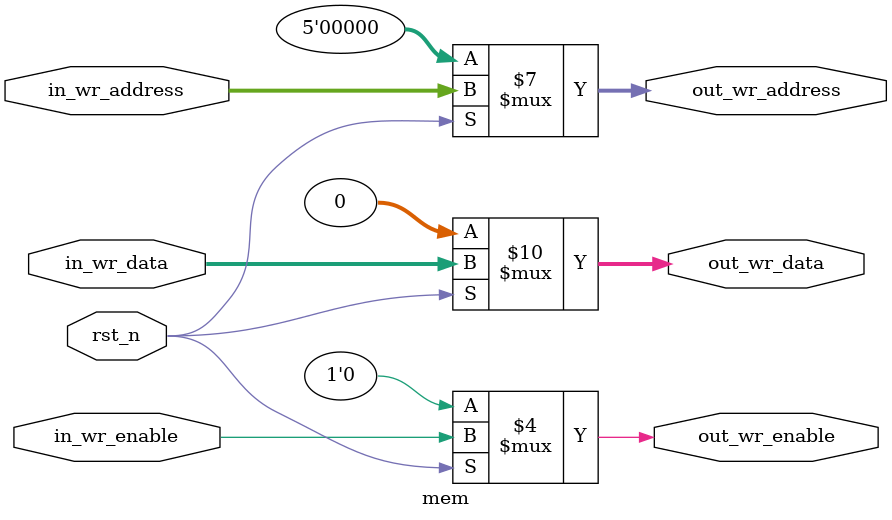
<source format=v>
/*
writtern by Yuyang Zhou, 
for the MIPS32 processor Jahangir pipeline stage4

*/
module mem(
    input                        rst_n,
    //incoming data
    input           [31:0]       in_wr_data,
    input           [4:0]        in_wr_address,
    input                        in_wr_enable,
    //output data
    output   reg    [31:0]       out_wr_data,
    output   reg    [4:0]        out_wr_address,
    output   reg                 out_wr_enable
);
//============================================================================
always @(*) begin
    if(rst_n == 1'b0) begin
        out_wr_data <= 32'h0000_0000;
        out_wr_address <= 5'b0_0000;
        out_wr_enable <= 1'b0;
    end
    else begin
        out_wr_data <= in_wr_data;
        out_wr_address <= in_wr_address;
        out_wr_enable <= in_wr_enable;
    end
end

endmodule
</source>
